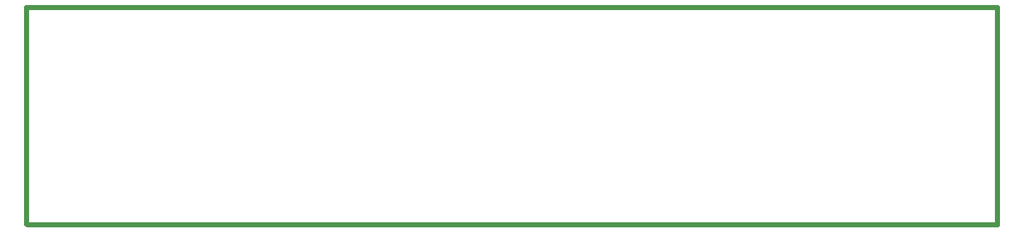
<source format=gko>
G04*
G04 #@! TF.GenerationSoftware,Altium Limited,Altium Designer,21.6.4 (81)*
G04*
G04 Layer_Color=16711935*
%FSLAX44Y44*%
%MOMM*%
G71*
G04*
G04 #@! TF.SameCoordinates,9B3D00D5-71B9-47E7-A398-83BAF539578A*
G04*
G04*
G04 #@! TF.FilePolarity,Positive*
G04*
G01*
G75*
%ADD30C,0.6350*%
D30*
X279400Y1090930D02*
X1579880D01*
Y798830D02*
Y1090930D01*
X280670Y798830D02*
X1579880D01*
X279400Y800100D02*
X280670Y798830D01*
X279400Y800100D02*
Y1090930D01*
M02*

</source>
